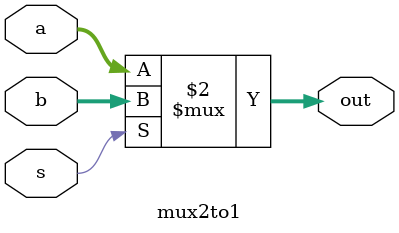
<source format=v>
module mux2to1#(parameter N = 5)(input [N-1:0] a, input[N-1:0] b, input s, output[N-1:0] out);
  assign out = (s == 1'b0) ? a : b;
endmodule
</source>
